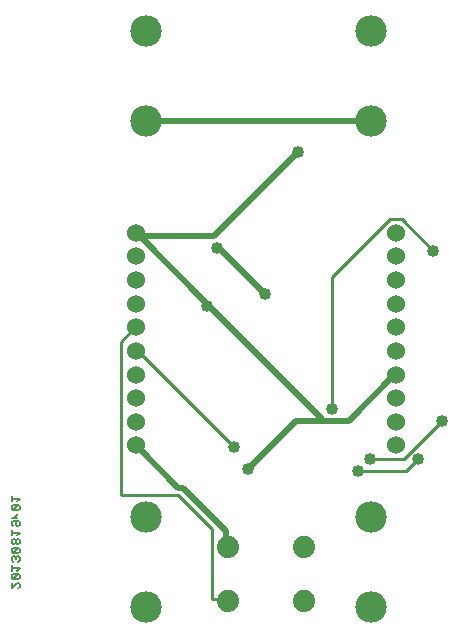
<source format=gbl>
G75*
G70*
%OFA0B0*%
%FSLAX24Y24*%
%IPPOS*%
%LPD*%
%AMOC8*
5,1,8,0,0,1.08239X$1,22.5*
%
%ADD10C,0.0050*%
%ADD11C,0.0600*%
%ADD12C,0.1050*%
%ADD13C,0.0740*%
%ADD14C,0.0200*%
%ADD15C,0.0400*%
%ADD16C,0.0100*%
D10*
X000750Y002250D02*
X000930Y002430D01*
X000975Y002430D01*
X001020Y002385D01*
X001020Y002295D01*
X000975Y002250D01*
X000750Y002250D02*
X000750Y002430D01*
X000795Y002545D02*
X000975Y002725D01*
X000795Y002725D01*
X000750Y002680D01*
X000750Y002590D01*
X000795Y002545D01*
X000975Y002545D01*
X001020Y002590D01*
X001020Y002680D01*
X000975Y002725D01*
X000930Y002839D02*
X001020Y002929D01*
X000750Y002929D01*
X000750Y002839D02*
X000750Y003019D01*
X000795Y003134D02*
X000750Y003179D01*
X000750Y003269D01*
X000795Y003314D01*
X000840Y003314D01*
X000885Y003269D01*
X000885Y003224D01*
X000885Y003269D02*
X000930Y003314D01*
X000975Y003314D01*
X001020Y003269D01*
X001020Y003179D01*
X000975Y003134D01*
X000975Y003429D02*
X000795Y003429D01*
X000975Y003609D01*
X000795Y003609D01*
X000750Y003564D01*
X000750Y003474D01*
X000795Y003429D01*
X000975Y003429D02*
X001020Y003474D01*
X001020Y003564D01*
X000975Y003609D01*
X000975Y003723D02*
X000930Y003723D01*
X000885Y003768D01*
X000885Y003858D01*
X000840Y003903D01*
X000795Y003903D01*
X000750Y003858D01*
X000750Y003768D01*
X000795Y003723D01*
X000840Y003723D01*
X000885Y003768D01*
X000885Y003858D02*
X000930Y003903D01*
X000975Y003903D01*
X001020Y003858D01*
X001020Y003768D01*
X000975Y003723D01*
X000930Y004018D02*
X001020Y004108D01*
X000750Y004108D01*
X000750Y004018D02*
X000750Y004198D01*
X000795Y004313D02*
X000750Y004358D01*
X000750Y004448D01*
X000795Y004493D01*
X000975Y004493D01*
X001020Y004448D01*
X001020Y004358D01*
X000975Y004313D01*
X000930Y004313D01*
X000885Y004358D01*
X000885Y004493D01*
X000840Y004607D02*
X000930Y004697D01*
X000930Y004742D01*
X000975Y004853D02*
X001020Y004898D01*
X001020Y004988D01*
X000975Y005033D01*
X000795Y004853D01*
X000750Y004898D01*
X000750Y004988D01*
X000795Y005033D01*
X000975Y005033D01*
X000930Y005147D02*
X001020Y005237D01*
X000750Y005237D01*
X000750Y005147D02*
X000750Y005328D01*
X000795Y004853D02*
X000975Y004853D01*
X000930Y004607D02*
X000750Y004607D01*
D11*
X004894Y007012D03*
X004894Y007800D03*
X004894Y008587D03*
X004894Y009375D03*
X004894Y010162D03*
X004894Y010949D03*
X004894Y011737D03*
X004894Y012524D03*
X004894Y013312D03*
X004894Y014099D03*
X013556Y014099D03*
X013556Y013312D03*
X013556Y012524D03*
X013556Y011737D03*
X013556Y010949D03*
X013556Y010162D03*
X013556Y009375D03*
X013556Y008587D03*
X013556Y007800D03*
X013556Y007012D03*
D12*
X012725Y004625D03*
X012725Y001625D03*
X005225Y001625D03*
X005225Y004625D03*
X005225Y017825D03*
X005225Y020825D03*
X012725Y020825D03*
X012725Y017825D03*
D13*
X010505Y003615D03*
X010505Y001835D03*
X007945Y001835D03*
X007945Y003615D03*
D14*
X007905Y003665D01*
X007905Y004145D01*
X006465Y005585D01*
X006305Y005585D01*
X004945Y006945D01*
X004894Y007012D01*
X007265Y011665D02*
X007305Y011705D01*
X004945Y014065D01*
X004894Y014099D01*
X005105Y013985D01*
X007505Y013985D01*
X010305Y016785D01*
X012725Y017825D02*
X005225Y017825D01*
X007585Y013585D02*
X007665Y013585D01*
X009185Y012065D01*
X007305Y011705D02*
X011105Y007905D01*
X011105Y007825D01*
X010225Y007825D01*
X008625Y006225D01*
X011105Y007825D02*
X011985Y007825D01*
X013505Y009345D01*
X013556Y009375D01*
D15*
X015105Y007825D03*
X014305Y006545D03*
X012705Y006545D03*
X012305Y006145D03*
X011425Y008225D03*
X008625Y006225D03*
X008145Y006945D03*
X007265Y011665D03*
X007585Y013585D03*
X009185Y012065D03*
X010305Y016785D03*
X014785Y013505D03*
D16*
X013745Y014545D01*
X013345Y014545D01*
X011425Y012625D01*
X011425Y008225D01*
X012705Y006545D02*
X013825Y006545D01*
X015105Y007825D01*
X014305Y006545D02*
X013905Y006145D01*
X012305Y006145D01*
X008145Y006945D02*
X004945Y010145D01*
X004894Y010162D01*
X004385Y010465D02*
X004865Y010945D01*
X004894Y010949D01*
X004385Y010465D02*
X004385Y005345D01*
X006305Y005345D01*
X007425Y004225D01*
X007425Y001905D01*
X007905Y001905D01*
X007945Y001835D01*
M02*

</source>
